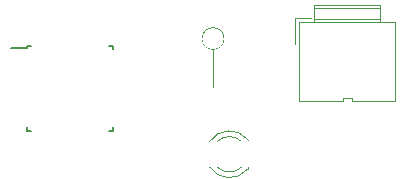
<source format=gto>
%TF.GenerationSoftware,KiCad,Pcbnew,(5.0.0)*%
%TF.CreationDate,2018-10-06T18:40:39-06:00*%
%TF.ProjectId,Lector infrarojoV2,4C6563746F7220696E667261726F6A6F,rev?*%
%TF.SameCoordinates,Original*%
%TF.FileFunction,Legend,Top*%
%TF.FilePolarity,Positive*%
%FSLAX46Y46*%
G04 Gerber Fmt 4.6, Leading zero omitted, Abs format (unit mm)*
G04 Created by KiCad (PCBNEW (5.0.0)) date 10/06/18 18:40:39*
%MOMM*%
%LPD*%
G01*
G04 APERTURE LIST*
%ADD10C,0.120000*%
%ADD11C,0.150000*%
%ADD12C,3.400000*%
%ADD13R,2.200000X2.200000*%
%ADD14C,2.200000*%
%ADD15R,3.400000X3.400000*%
%ADD16C,1.800000*%
%ADD17O,1.800000X1.800000*%
%ADD18R,2.000000X0.950000*%
%ADD19R,0.950000X2.000000*%
G04 APERTURE END LIST*
D10*
X186157665Y-100703608D02*
G75*
G03X189390000Y-100860516I1672335J1078608D01*
G01*
X186157665Y-98546392D02*
G75*
G02X189390000Y-98389484I1672335J-1078608D01*
G01*
X186788870Y-100704837D02*
G75*
G03X188870961Y-100705000I1041130J1079837D01*
G01*
X186788870Y-98545163D02*
G75*
G02X188870961Y-98545000I1041130J-1079837D01*
G01*
X189390000Y-100861000D02*
X189390000Y-100705000D01*
X189390000Y-98545000D02*
X189390000Y-98389000D01*
X193400000Y-88100000D02*
X193400000Y-90300000D01*
X194700000Y-88100000D02*
X193400000Y-88100000D01*
X198190000Y-95130000D02*
X201870000Y-95130000D01*
X197420000Y-95130000D02*
X193740000Y-95130000D01*
X197420000Y-95130000D02*
X197420000Y-94870000D01*
X197420000Y-94870000D02*
X198190000Y-94870000D01*
X198190000Y-94870000D02*
X198190000Y-95130000D01*
X195010000Y-88140000D02*
X200600000Y-88140000D01*
X195010000Y-87250000D02*
X200600000Y-87250000D01*
X201870000Y-88390000D02*
X201870000Y-90300000D01*
X193740000Y-88390000D02*
X193740000Y-90300000D01*
X195010000Y-87000000D02*
X200600000Y-87000000D01*
X200600000Y-88390000D02*
X200600000Y-87000000D01*
X195010000Y-88390000D02*
X195010000Y-87000000D01*
X193740000Y-88390000D02*
X201870000Y-88390000D01*
X193740000Y-90300000D02*
X193740000Y-95130000D01*
X201870000Y-95130000D02*
X201870000Y-90300000D01*
X187370000Y-89825000D02*
G75*
G03X187370000Y-89825000I-920000J0D01*
G01*
X186450000Y-90745000D02*
X186450000Y-93905000D01*
D11*
X170725001Y-90425001D02*
X170725001Y-90650001D01*
X177975001Y-90425001D02*
X177975001Y-90750001D01*
X177975001Y-97675001D02*
X177975001Y-97350001D01*
X170725001Y-97675001D02*
X170725001Y-97350001D01*
X170725001Y-90425001D02*
X171050001Y-90425001D01*
X170725001Y-97675001D02*
X171050001Y-97675001D01*
X177975001Y-97675001D02*
X177650001Y-97675001D01*
X177975001Y-90425001D02*
X177650001Y-90425001D01*
X170725001Y-90650001D02*
X169300001Y-90650001D01*
%LPC*%
D12*
X5100000Y-84725000D03*
X6975000Y-103275000D03*
X350000000Y-85450000D03*
X350000000Y-105075000D03*
D13*
X189100000Y-99625000D03*
D14*
X186560000Y-99625000D03*
D15*
X195900000Y-90300000D03*
D12*
X199780000Y-90300000D03*
D16*
X186450000Y-89825000D03*
D17*
X186450000Y-94905000D03*
D18*
X170100001Y-91250001D03*
X170100001Y-92050001D03*
X170100001Y-92850001D03*
X170100001Y-93650001D03*
X170100001Y-94450001D03*
X170100001Y-95250001D03*
X170100001Y-96050001D03*
X170100001Y-96850001D03*
D19*
X171550001Y-98300001D03*
X172350001Y-98300001D03*
X173150001Y-98300001D03*
X173950001Y-98300001D03*
X174750001Y-98300001D03*
X175550001Y-98300001D03*
X176350001Y-98300001D03*
X177150001Y-98300001D03*
D18*
X178600001Y-96850001D03*
X178600001Y-96050001D03*
X178600001Y-95250001D03*
X178600001Y-94450001D03*
X178600001Y-93650001D03*
X178600001Y-92850001D03*
X178600001Y-92050001D03*
X178600001Y-91250001D03*
D19*
X177150001Y-89800001D03*
X176350001Y-89800001D03*
X175550001Y-89800001D03*
X174750001Y-89800001D03*
X173950001Y-89800001D03*
X173150001Y-89800001D03*
X172350001Y-89800001D03*
X171550001Y-89800001D03*
M02*

</source>
